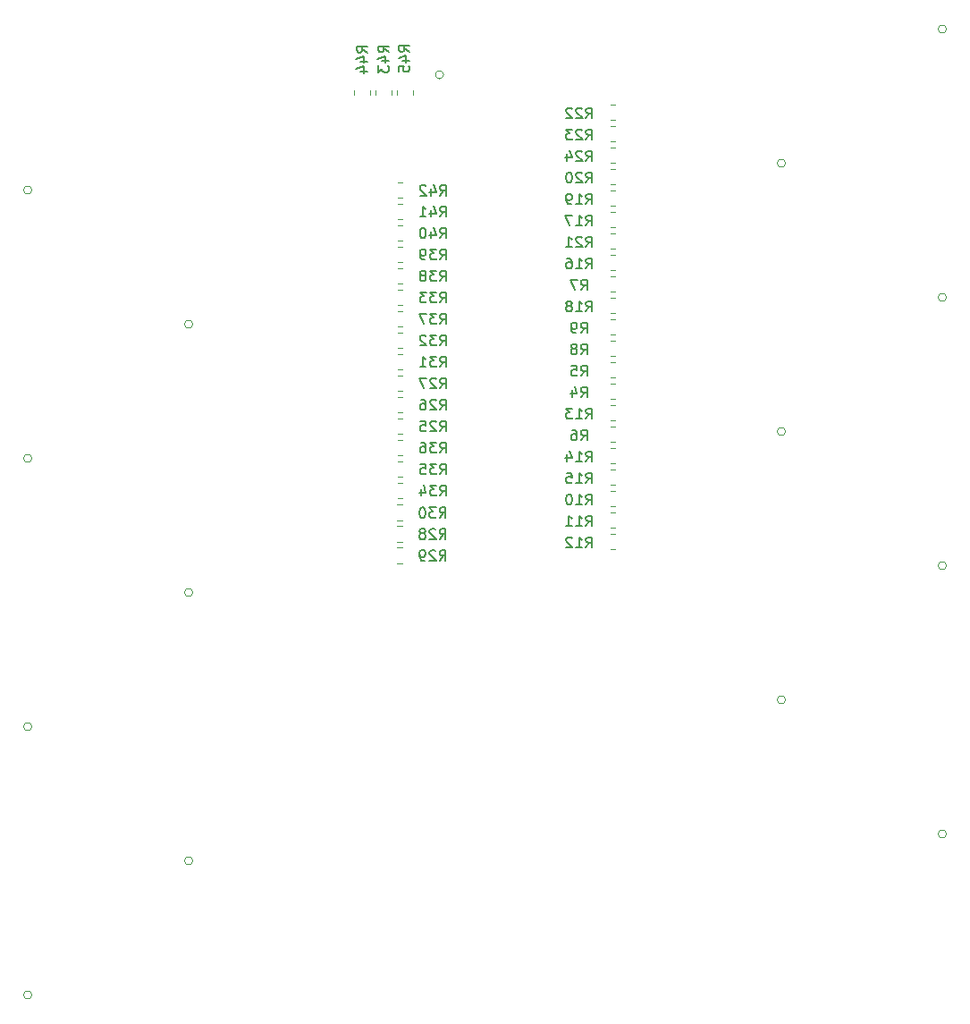
<source format=gbr>
%TF.GenerationSoftware,KiCad,Pcbnew,(6.0.1)*%
%TF.CreationDate,2022-10-30T18:49:11+02:00*%
%TF.ProjectId,stairway-to-heaven-pcb,73746169-7277-4617-992d-746f2d686561,rev?*%
%TF.SameCoordinates,Original*%
%TF.FileFunction,Legend,Bot*%
%TF.FilePolarity,Positive*%
%FSLAX46Y46*%
G04 Gerber Fmt 4.6, Leading zero omitted, Abs format (unit mm)*
G04 Created by KiCad (PCBNEW (6.0.1)) date 2022-10-30 18:49:11*
%MOMM*%
%LPD*%
G01*
G04 APERTURE LIST*
%ADD10C,0.150000*%
%ADD11C,0.120000*%
G04 APERTURE END LIST*
D10*
%TO.C,R28*%
X146819857Y-92755980D02*
X147153190Y-92279790D01*
X147391285Y-92755980D02*
X147391285Y-91755980D01*
X147010333Y-91755980D01*
X146915095Y-91803600D01*
X146867476Y-91851219D01*
X146819857Y-91946457D01*
X146819857Y-92089314D01*
X146867476Y-92184552D01*
X146915095Y-92232171D01*
X147010333Y-92279790D01*
X147391285Y-92279790D01*
X146438904Y-91851219D02*
X146391285Y-91803600D01*
X146296047Y-91755980D01*
X146057952Y-91755980D01*
X145962714Y-91803600D01*
X145915095Y-91851219D01*
X145867476Y-91946457D01*
X145867476Y-92041695D01*
X145915095Y-92184552D01*
X146486523Y-92755980D01*
X145867476Y-92755980D01*
X145296047Y-92184552D02*
X145391285Y-92136933D01*
X145438904Y-92089314D01*
X145486523Y-91994076D01*
X145486523Y-91946457D01*
X145438904Y-91851219D01*
X145391285Y-91803600D01*
X145296047Y-91755980D01*
X145105571Y-91755980D01*
X145010333Y-91803600D01*
X144962714Y-91851219D01*
X144915095Y-91946457D01*
X144915095Y-91994076D01*
X144962714Y-92089314D01*
X145010333Y-92136933D01*
X145105571Y-92184552D01*
X145296047Y-92184552D01*
X145391285Y-92232171D01*
X145438904Y-92279790D01*
X145486523Y-92375028D01*
X145486523Y-92565504D01*
X145438904Y-92660742D01*
X145391285Y-92708361D01*
X145296047Y-92755980D01*
X145105571Y-92755980D01*
X145010333Y-92708361D01*
X144962714Y-92660742D01*
X144915095Y-92565504D01*
X144915095Y-92375028D01*
X144962714Y-92279790D01*
X145010333Y-92232171D01*
X145105571Y-92184552D01*
%TO.C,R32*%
X146870657Y-74417180D02*
X147203990Y-73940990D01*
X147442085Y-74417180D02*
X147442085Y-73417180D01*
X147061133Y-73417180D01*
X146965895Y-73464800D01*
X146918276Y-73512419D01*
X146870657Y-73607657D01*
X146870657Y-73750514D01*
X146918276Y-73845752D01*
X146965895Y-73893371D01*
X147061133Y-73940990D01*
X147442085Y-73940990D01*
X146537323Y-73417180D02*
X145918276Y-73417180D01*
X146251609Y-73798133D01*
X146108752Y-73798133D01*
X146013514Y-73845752D01*
X145965895Y-73893371D01*
X145918276Y-73988609D01*
X145918276Y-74226704D01*
X145965895Y-74321942D01*
X146013514Y-74369561D01*
X146108752Y-74417180D01*
X146394466Y-74417180D01*
X146489704Y-74369561D01*
X146537323Y-74321942D01*
X145537323Y-73512419D02*
X145489704Y-73464800D01*
X145394466Y-73417180D01*
X145156371Y-73417180D01*
X145061133Y-73464800D01*
X145013514Y-73512419D01*
X144965895Y-73607657D01*
X144965895Y-73702895D01*
X145013514Y-73845752D01*
X145584942Y-74417180D01*
X144965895Y-74417180D01*
%TO.C,R40*%
X146870657Y-64257180D02*
X147203990Y-63780990D01*
X147442085Y-64257180D02*
X147442085Y-63257180D01*
X147061133Y-63257180D01*
X146965895Y-63304800D01*
X146918276Y-63352419D01*
X146870657Y-63447657D01*
X146870657Y-63590514D01*
X146918276Y-63685752D01*
X146965895Y-63733371D01*
X147061133Y-63780990D01*
X147442085Y-63780990D01*
X146013514Y-63590514D02*
X146013514Y-64257180D01*
X146251609Y-63209561D02*
X146489704Y-63923847D01*
X145870657Y-63923847D01*
X145299228Y-63257180D02*
X145203990Y-63257180D01*
X145108752Y-63304800D01*
X145061133Y-63352419D01*
X145013514Y-63447657D01*
X144965895Y-63638133D01*
X144965895Y-63876228D01*
X145013514Y-64066704D01*
X145061133Y-64161942D01*
X145108752Y-64209561D01*
X145203990Y-64257180D01*
X145299228Y-64257180D01*
X145394466Y-64209561D01*
X145442085Y-64161942D01*
X145489704Y-64066704D01*
X145537323Y-63876228D01*
X145537323Y-63638133D01*
X145489704Y-63447657D01*
X145442085Y-63352419D01*
X145394466Y-63304800D01*
X145299228Y-63257180D01*
%TO.C,R20*%
X160688257Y-58999380D02*
X161021590Y-58523190D01*
X161259685Y-58999380D02*
X161259685Y-57999380D01*
X160878733Y-57999380D01*
X160783495Y-58047000D01*
X160735876Y-58094619D01*
X160688257Y-58189857D01*
X160688257Y-58332714D01*
X160735876Y-58427952D01*
X160783495Y-58475571D01*
X160878733Y-58523190D01*
X161259685Y-58523190D01*
X160307304Y-58094619D02*
X160259685Y-58047000D01*
X160164447Y-57999380D01*
X159926352Y-57999380D01*
X159831114Y-58047000D01*
X159783495Y-58094619D01*
X159735876Y-58189857D01*
X159735876Y-58285095D01*
X159783495Y-58427952D01*
X160354923Y-58999380D01*
X159735876Y-58999380D01*
X159116828Y-57999380D02*
X159021590Y-57999380D01*
X158926352Y-58047000D01*
X158878733Y-58094619D01*
X158831114Y-58189857D01*
X158783495Y-58380333D01*
X158783495Y-58618428D01*
X158831114Y-58808904D01*
X158878733Y-58904142D01*
X158926352Y-58951761D01*
X159021590Y-58999380D01*
X159116828Y-58999380D01*
X159212066Y-58951761D01*
X159259685Y-58904142D01*
X159307304Y-58808904D01*
X159354923Y-58618428D01*
X159354923Y-58380333D01*
X159307304Y-58189857D01*
X159259685Y-58094619D01*
X159212066Y-58047000D01*
X159116828Y-57999380D01*
%TO.C,R7*%
X160212066Y-69159380D02*
X160545400Y-68683190D01*
X160783495Y-69159380D02*
X160783495Y-68159380D01*
X160402542Y-68159380D01*
X160307304Y-68207000D01*
X160259685Y-68254619D01*
X160212066Y-68349857D01*
X160212066Y-68492714D01*
X160259685Y-68587952D01*
X160307304Y-68635571D01*
X160402542Y-68683190D01*
X160783495Y-68683190D01*
X159878733Y-68159380D02*
X159212066Y-68159380D01*
X159640638Y-69159380D01*
%TO.C,R41*%
X146870657Y-62225180D02*
X147203990Y-61748990D01*
X147442085Y-62225180D02*
X147442085Y-61225180D01*
X147061133Y-61225180D01*
X146965895Y-61272800D01*
X146918276Y-61320419D01*
X146870657Y-61415657D01*
X146870657Y-61558514D01*
X146918276Y-61653752D01*
X146965895Y-61701371D01*
X147061133Y-61748990D01*
X147442085Y-61748990D01*
X146013514Y-61558514D02*
X146013514Y-62225180D01*
X146251609Y-61177561D02*
X146489704Y-61891847D01*
X145870657Y-61891847D01*
X144965895Y-62225180D02*
X145537323Y-62225180D01*
X145251609Y-62225180D02*
X145251609Y-61225180D01*
X145346847Y-61368038D01*
X145442085Y-61463276D01*
X145537323Y-61510895D01*
%TO.C,R6*%
X160212066Y-83383380D02*
X160545400Y-82907190D01*
X160783495Y-83383380D02*
X160783495Y-82383380D01*
X160402542Y-82383380D01*
X160307304Y-82431000D01*
X160259685Y-82478619D01*
X160212066Y-82573857D01*
X160212066Y-82716714D01*
X160259685Y-82811952D01*
X160307304Y-82859571D01*
X160402542Y-82907190D01*
X160783495Y-82907190D01*
X159354923Y-82383380D02*
X159545400Y-82383380D01*
X159640638Y-82431000D01*
X159688257Y-82478619D01*
X159783495Y-82621476D01*
X159831114Y-82811952D01*
X159831114Y-83192904D01*
X159783495Y-83288142D01*
X159735876Y-83335761D01*
X159640638Y-83383380D01*
X159450161Y-83383380D01*
X159354923Y-83335761D01*
X159307304Y-83288142D01*
X159259685Y-83192904D01*
X159259685Y-82954809D01*
X159307304Y-82859571D01*
X159354923Y-82811952D01*
X159450161Y-82764333D01*
X159640638Y-82764333D01*
X159735876Y-82811952D01*
X159783495Y-82859571D01*
X159831114Y-82954809D01*
%TO.C,R22*%
X160688257Y-52903380D02*
X161021590Y-52427190D01*
X161259685Y-52903380D02*
X161259685Y-51903380D01*
X160878733Y-51903380D01*
X160783495Y-51951000D01*
X160735876Y-51998619D01*
X160688257Y-52093857D01*
X160688257Y-52236714D01*
X160735876Y-52331952D01*
X160783495Y-52379571D01*
X160878733Y-52427190D01*
X161259685Y-52427190D01*
X160307304Y-51998619D02*
X160259685Y-51951000D01*
X160164447Y-51903380D01*
X159926352Y-51903380D01*
X159831114Y-51951000D01*
X159783495Y-51998619D01*
X159735876Y-52093857D01*
X159735876Y-52189095D01*
X159783495Y-52331952D01*
X160354923Y-52903380D01*
X159735876Y-52903380D01*
X159354923Y-51998619D02*
X159307304Y-51951000D01*
X159212066Y-51903380D01*
X158973971Y-51903380D01*
X158878733Y-51951000D01*
X158831114Y-51998619D01*
X158783495Y-52093857D01*
X158783495Y-52189095D01*
X158831114Y-52331952D01*
X159402542Y-52903380D01*
X158783495Y-52903380D01*
%TO.C,R31*%
X146870657Y-76449180D02*
X147203990Y-75972990D01*
X147442085Y-76449180D02*
X147442085Y-75449180D01*
X147061133Y-75449180D01*
X146965895Y-75496800D01*
X146918276Y-75544419D01*
X146870657Y-75639657D01*
X146870657Y-75782514D01*
X146918276Y-75877752D01*
X146965895Y-75925371D01*
X147061133Y-75972990D01*
X147442085Y-75972990D01*
X146537323Y-75449180D02*
X145918276Y-75449180D01*
X146251609Y-75830133D01*
X146108752Y-75830133D01*
X146013514Y-75877752D01*
X145965895Y-75925371D01*
X145918276Y-76020609D01*
X145918276Y-76258704D01*
X145965895Y-76353942D01*
X146013514Y-76401561D01*
X146108752Y-76449180D01*
X146394466Y-76449180D01*
X146489704Y-76401561D01*
X146537323Y-76353942D01*
X144965895Y-76449180D02*
X145537323Y-76449180D01*
X145251609Y-76449180D02*
X145251609Y-75449180D01*
X145346847Y-75592038D01*
X145442085Y-75687276D01*
X145537323Y-75734895D01*
%TO.C,R45*%
X143962380Y-46601142D02*
X143486190Y-46267809D01*
X143962380Y-46029714D02*
X142962380Y-46029714D01*
X142962380Y-46410666D01*
X143010000Y-46505904D01*
X143057619Y-46553523D01*
X143152857Y-46601142D01*
X143295714Y-46601142D01*
X143390952Y-46553523D01*
X143438571Y-46505904D01*
X143486190Y-46410666D01*
X143486190Y-46029714D01*
X143295714Y-47458285D02*
X143962380Y-47458285D01*
X142914761Y-47220190D02*
X143629047Y-46982095D01*
X143629047Y-47601142D01*
X142962380Y-48458285D02*
X142962380Y-47982095D01*
X143438571Y-47934476D01*
X143390952Y-47982095D01*
X143343333Y-48077333D01*
X143343333Y-48315428D01*
X143390952Y-48410666D01*
X143438571Y-48458285D01*
X143533809Y-48505904D01*
X143771904Y-48505904D01*
X143867142Y-48458285D01*
X143914761Y-48410666D01*
X143962380Y-48315428D01*
X143962380Y-48077333D01*
X143914761Y-47982095D01*
X143867142Y-47934476D01*
%TO.C,R18*%
X160688257Y-71191380D02*
X161021590Y-70715190D01*
X161259685Y-71191380D02*
X161259685Y-70191380D01*
X160878733Y-70191380D01*
X160783495Y-70239000D01*
X160735876Y-70286619D01*
X160688257Y-70381857D01*
X160688257Y-70524714D01*
X160735876Y-70619952D01*
X160783495Y-70667571D01*
X160878733Y-70715190D01*
X161259685Y-70715190D01*
X159735876Y-71191380D02*
X160307304Y-71191380D01*
X160021590Y-71191380D02*
X160021590Y-70191380D01*
X160116828Y-70334238D01*
X160212066Y-70429476D01*
X160307304Y-70477095D01*
X159164447Y-70619952D02*
X159259685Y-70572333D01*
X159307304Y-70524714D01*
X159354923Y-70429476D01*
X159354923Y-70381857D01*
X159307304Y-70286619D01*
X159259685Y-70239000D01*
X159164447Y-70191380D01*
X158973971Y-70191380D01*
X158878733Y-70239000D01*
X158831114Y-70286619D01*
X158783495Y-70381857D01*
X158783495Y-70429476D01*
X158831114Y-70524714D01*
X158878733Y-70572333D01*
X158973971Y-70619952D01*
X159164447Y-70619952D01*
X159259685Y-70667571D01*
X159307304Y-70715190D01*
X159354923Y-70810428D01*
X159354923Y-71000904D01*
X159307304Y-71096142D01*
X159259685Y-71143761D01*
X159164447Y-71191380D01*
X158973971Y-71191380D01*
X158878733Y-71143761D01*
X158831114Y-71096142D01*
X158783495Y-71000904D01*
X158783495Y-70810428D01*
X158831114Y-70715190D01*
X158878733Y-70667571D01*
X158973971Y-70619952D01*
%TO.C,R35*%
X146870657Y-86609180D02*
X147203990Y-86132990D01*
X147442085Y-86609180D02*
X147442085Y-85609180D01*
X147061133Y-85609180D01*
X146965895Y-85656800D01*
X146918276Y-85704419D01*
X146870657Y-85799657D01*
X146870657Y-85942514D01*
X146918276Y-86037752D01*
X146965895Y-86085371D01*
X147061133Y-86132990D01*
X147442085Y-86132990D01*
X146537323Y-85609180D02*
X145918276Y-85609180D01*
X146251609Y-85990133D01*
X146108752Y-85990133D01*
X146013514Y-86037752D01*
X145965895Y-86085371D01*
X145918276Y-86180609D01*
X145918276Y-86418704D01*
X145965895Y-86513942D01*
X146013514Y-86561561D01*
X146108752Y-86609180D01*
X146394466Y-86609180D01*
X146489704Y-86561561D01*
X146537323Y-86513942D01*
X145013514Y-85609180D02*
X145489704Y-85609180D01*
X145537323Y-86085371D01*
X145489704Y-86037752D01*
X145394466Y-85990133D01*
X145156371Y-85990133D01*
X145061133Y-86037752D01*
X145013514Y-86085371D01*
X144965895Y-86180609D01*
X144965895Y-86418704D01*
X145013514Y-86513942D01*
X145061133Y-86561561D01*
X145156371Y-86609180D01*
X145394466Y-86609180D01*
X145489704Y-86561561D01*
X145537323Y-86513942D01*
%TO.C,R12*%
X160688257Y-93543380D02*
X161021590Y-93067190D01*
X161259685Y-93543380D02*
X161259685Y-92543380D01*
X160878733Y-92543380D01*
X160783495Y-92591000D01*
X160735876Y-92638619D01*
X160688257Y-92733857D01*
X160688257Y-92876714D01*
X160735876Y-92971952D01*
X160783495Y-93019571D01*
X160878733Y-93067190D01*
X161259685Y-93067190D01*
X159735876Y-93543380D02*
X160307304Y-93543380D01*
X160021590Y-93543380D02*
X160021590Y-92543380D01*
X160116828Y-92686238D01*
X160212066Y-92781476D01*
X160307304Y-92829095D01*
X159354923Y-92638619D02*
X159307304Y-92591000D01*
X159212066Y-92543380D01*
X158973971Y-92543380D01*
X158878733Y-92591000D01*
X158831114Y-92638619D01*
X158783495Y-92733857D01*
X158783495Y-92829095D01*
X158831114Y-92971952D01*
X159402542Y-93543380D01*
X158783495Y-93543380D01*
%TO.C,R39*%
X146870657Y-66289180D02*
X147203990Y-65812990D01*
X147442085Y-66289180D02*
X147442085Y-65289180D01*
X147061133Y-65289180D01*
X146965895Y-65336800D01*
X146918276Y-65384419D01*
X146870657Y-65479657D01*
X146870657Y-65622514D01*
X146918276Y-65717752D01*
X146965895Y-65765371D01*
X147061133Y-65812990D01*
X147442085Y-65812990D01*
X146537323Y-65289180D02*
X145918276Y-65289180D01*
X146251609Y-65670133D01*
X146108752Y-65670133D01*
X146013514Y-65717752D01*
X145965895Y-65765371D01*
X145918276Y-65860609D01*
X145918276Y-66098704D01*
X145965895Y-66193942D01*
X146013514Y-66241561D01*
X146108752Y-66289180D01*
X146394466Y-66289180D01*
X146489704Y-66241561D01*
X146537323Y-66193942D01*
X145442085Y-66289180D02*
X145251609Y-66289180D01*
X145156371Y-66241561D01*
X145108752Y-66193942D01*
X145013514Y-66051085D01*
X144965895Y-65860609D01*
X144965895Y-65479657D01*
X145013514Y-65384419D01*
X145061133Y-65336800D01*
X145156371Y-65289180D01*
X145346847Y-65289180D01*
X145442085Y-65336800D01*
X145489704Y-65384419D01*
X145537323Y-65479657D01*
X145537323Y-65717752D01*
X145489704Y-65812990D01*
X145442085Y-65860609D01*
X145346847Y-65908228D01*
X145156371Y-65908228D01*
X145061133Y-65860609D01*
X145013514Y-65812990D01*
X144965895Y-65717752D01*
%TO.C,R5*%
X160212066Y-77287380D02*
X160545400Y-76811190D01*
X160783495Y-77287380D02*
X160783495Y-76287380D01*
X160402542Y-76287380D01*
X160307304Y-76335000D01*
X160259685Y-76382619D01*
X160212066Y-76477857D01*
X160212066Y-76620714D01*
X160259685Y-76715952D01*
X160307304Y-76763571D01*
X160402542Y-76811190D01*
X160783495Y-76811190D01*
X159307304Y-76287380D02*
X159783495Y-76287380D01*
X159831114Y-76763571D01*
X159783495Y-76715952D01*
X159688257Y-76668333D01*
X159450161Y-76668333D01*
X159354923Y-76715952D01*
X159307304Y-76763571D01*
X159259685Y-76858809D01*
X159259685Y-77096904D01*
X159307304Y-77192142D01*
X159354923Y-77239761D01*
X159450161Y-77287380D01*
X159688257Y-77287380D01*
X159783495Y-77239761D01*
X159831114Y-77192142D01*
%TO.C,R15*%
X160688257Y-87447380D02*
X161021590Y-86971190D01*
X161259685Y-87447380D02*
X161259685Y-86447380D01*
X160878733Y-86447380D01*
X160783495Y-86495000D01*
X160735876Y-86542619D01*
X160688257Y-86637857D01*
X160688257Y-86780714D01*
X160735876Y-86875952D01*
X160783495Y-86923571D01*
X160878733Y-86971190D01*
X161259685Y-86971190D01*
X159735876Y-87447380D02*
X160307304Y-87447380D01*
X160021590Y-87447380D02*
X160021590Y-86447380D01*
X160116828Y-86590238D01*
X160212066Y-86685476D01*
X160307304Y-86733095D01*
X158831114Y-86447380D02*
X159307304Y-86447380D01*
X159354923Y-86923571D01*
X159307304Y-86875952D01*
X159212066Y-86828333D01*
X158973971Y-86828333D01*
X158878733Y-86875952D01*
X158831114Y-86923571D01*
X158783495Y-87018809D01*
X158783495Y-87256904D01*
X158831114Y-87352142D01*
X158878733Y-87399761D01*
X158973971Y-87447380D01*
X159212066Y-87447380D01*
X159307304Y-87399761D01*
X159354923Y-87352142D01*
%TO.C,R21*%
X160688257Y-65095380D02*
X161021590Y-64619190D01*
X161259685Y-65095380D02*
X161259685Y-64095380D01*
X160878733Y-64095380D01*
X160783495Y-64143000D01*
X160735876Y-64190619D01*
X160688257Y-64285857D01*
X160688257Y-64428714D01*
X160735876Y-64523952D01*
X160783495Y-64571571D01*
X160878733Y-64619190D01*
X161259685Y-64619190D01*
X160307304Y-64190619D02*
X160259685Y-64143000D01*
X160164447Y-64095380D01*
X159926352Y-64095380D01*
X159831114Y-64143000D01*
X159783495Y-64190619D01*
X159735876Y-64285857D01*
X159735876Y-64381095D01*
X159783495Y-64523952D01*
X160354923Y-65095380D01*
X159735876Y-65095380D01*
X158783495Y-65095380D02*
X159354923Y-65095380D01*
X159069209Y-65095380D02*
X159069209Y-64095380D01*
X159164447Y-64238238D01*
X159259685Y-64333476D01*
X159354923Y-64381095D01*
%TO.C,R38*%
X146870657Y-68321180D02*
X147203990Y-67844990D01*
X147442085Y-68321180D02*
X147442085Y-67321180D01*
X147061133Y-67321180D01*
X146965895Y-67368800D01*
X146918276Y-67416419D01*
X146870657Y-67511657D01*
X146870657Y-67654514D01*
X146918276Y-67749752D01*
X146965895Y-67797371D01*
X147061133Y-67844990D01*
X147442085Y-67844990D01*
X146537323Y-67321180D02*
X145918276Y-67321180D01*
X146251609Y-67702133D01*
X146108752Y-67702133D01*
X146013514Y-67749752D01*
X145965895Y-67797371D01*
X145918276Y-67892609D01*
X145918276Y-68130704D01*
X145965895Y-68225942D01*
X146013514Y-68273561D01*
X146108752Y-68321180D01*
X146394466Y-68321180D01*
X146489704Y-68273561D01*
X146537323Y-68225942D01*
X145346847Y-67749752D02*
X145442085Y-67702133D01*
X145489704Y-67654514D01*
X145537323Y-67559276D01*
X145537323Y-67511657D01*
X145489704Y-67416419D01*
X145442085Y-67368800D01*
X145346847Y-67321180D01*
X145156371Y-67321180D01*
X145061133Y-67368800D01*
X145013514Y-67416419D01*
X144965895Y-67511657D01*
X144965895Y-67559276D01*
X145013514Y-67654514D01*
X145061133Y-67702133D01*
X145156371Y-67749752D01*
X145346847Y-67749752D01*
X145442085Y-67797371D01*
X145489704Y-67844990D01*
X145537323Y-67940228D01*
X145537323Y-68130704D01*
X145489704Y-68225942D01*
X145442085Y-68273561D01*
X145346847Y-68321180D01*
X145156371Y-68321180D01*
X145061133Y-68273561D01*
X145013514Y-68225942D01*
X144965895Y-68130704D01*
X144965895Y-67940228D01*
X145013514Y-67844990D01*
X145061133Y-67797371D01*
X145156371Y-67749752D01*
%TO.C,R13*%
X160688257Y-81351380D02*
X161021590Y-80875190D01*
X161259685Y-81351380D02*
X161259685Y-80351380D01*
X160878733Y-80351380D01*
X160783495Y-80399000D01*
X160735876Y-80446619D01*
X160688257Y-80541857D01*
X160688257Y-80684714D01*
X160735876Y-80779952D01*
X160783495Y-80827571D01*
X160878733Y-80875190D01*
X161259685Y-80875190D01*
X159735876Y-81351380D02*
X160307304Y-81351380D01*
X160021590Y-81351380D02*
X160021590Y-80351380D01*
X160116828Y-80494238D01*
X160212066Y-80589476D01*
X160307304Y-80637095D01*
X159402542Y-80351380D02*
X158783495Y-80351380D01*
X159116828Y-80732333D01*
X158973971Y-80732333D01*
X158878733Y-80779952D01*
X158831114Y-80827571D01*
X158783495Y-80922809D01*
X158783495Y-81160904D01*
X158831114Y-81256142D01*
X158878733Y-81303761D01*
X158973971Y-81351380D01*
X159259685Y-81351380D01*
X159354923Y-81303761D01*
X159402542Y-81256142D01*
%TO.C,R26*%
X146870657Y-80513180D02*
X147203990Y-80036990D01*
X147442085Y-80513180D02*
X147442085Y-79513180D01*
X147061133Y-79513180D01*
X146965895Y-79560800D01*
X146918276Y-79608419D01*
X146870657Y-79703657D01*
X146870657Y-79846514D01*
X146918276Y-79941752D01*
X146965895Y-79989371D01*
X147061133Y-80036990D01*
X147442085Y-80036990D01*
X146489704Y-79608419D02*
X146442085Y-79560800D01*
X146346847Y-79513180D01*
X146108752Y-79513180D01*
X146013514Y-79560800D01*
X145965895Y-79608419D01*
X145918276Y-79703657D01*
X145918276Y-79798895D01*
X145965895Y-79941752D01*
X146537323Y-80513180D01*
X145918276Y-80513180D01*
X145061133Y-79513180D02*
X145251609Y-79513180D01*
X145346847Y-79560800D01*
X145394466Y-79608419D01*
X145489704Y-79751276D01*
X145537323Y-79941752D01*
X145537323Y-80322704D01*
X145489704Y-80417942D01*
X145442085Y-80465561D01*
X145346847Y-80513180D01*
X145156371Y-80513180D01*
X145061133Y-80465561D01*
X145013514Y-80417942D01*
X144965895Y-80322704D01*
X144965895Y-80084609D01*
X145013514Y-79989371D01*
X145061133Y-79941752D01*
X145156371Y-79894133D01*
X145346847Y-79894133D01*
X145442085Y-79941752D01*
X145489704Y-79989371D01*
X145537323Y-80084609D01*
%TO.C,R27*%
X146870657Y-78481180D02*
X147203990Y-78004990D01*
X147442085Y-78481180D02*
X147442085Y-77481180D01*
X147061133Y-77481180D01*
X146965895Y-77528800D01*
X146918276Y-77576419D01*
X146870657Y-77671657D01*
X146870657Y-77814514D01*
X146918276Y-77909752D01*
X146965895Y-77957371D01*
X147061133Y-78004990D01*
X147442085Y-78004990D01*
X146489704Y-77576419D02*
X146442085Y-77528800D01*
X146346847Y-77481180D01*
X146108752Y-77481180D01*
X146013514Y-77528800D01*
X145965895Y-77576419D01*
X145918276Y-77671657D01*
X145918276Y-77766895D01*
X145965895Y-77909752D01*
X146537323Y-78481180D01*
X145918276Y-78481180D01*
X145584942Y-77481180D02*
X144918276Y-77481180D01*
X145346847Y-78481180D01*
%TO.C,R4*%
X160212066Y-79319380D02*
X160545400Y-78843190D01*
X160783495Y-79319380D02*
X160783495Y-78319380D01*
X160402542Y-78319380D01*
X160307304Y-78367000D01*
X160259685Y-78414619D01*
X160212066Y-78509857D01*
X160212066Y-78652714D01*
X160259685Y-78747952D01*
X160307304Y-78795571D01*
X160402542Y-78843190D01*
X160783495Y-78843190D01*
X159354923Y-78652714D02*
X159354923Y-79319380D01*
X159593019Y-78271761D02*
X159831114Y-78986047D01*
X159212066Y-78986047D01*
%TO.C,R9*%
X160212066Y-73223380D02*
X160545400Y-72747190D01*
X160783495Y-73223380D02*
X160783495Y-72223380D01*
X160402542Y-72223380D01*
X160307304Y-72271000D01*
X160259685Y-72318619D01*
X160212066Y-72413857D01*
X160212066Y-72556714D01*
X160259685Y-72651952D01*
X160307304Y-72699571D01*
X160402542Y-72747190D01*
X160783495Y-72747190D01*
X159735876Y-73223380D02*
X159545400Y-73223380D01*
X159450161Y-73175761D01*
X159402542Y-73128142D01*
X159307304Y-72985285D01*
X159259685Y-72794809D01*
X159259685Y-72413857D01*
X159307304Y-72318619D01*
X159354923Y-72271000D01*
X159450161Y-72223380D01*
X159640638Y-72223380D01*
X159735876Y-72271000D01*
X159783495Y-72318619D01*
X159831114Y-72413857D01*
X159831114Y-72651952D01*
X159783495Y-72747190D01*
X159735876Y-72794809D01*
X159640638Y-72842428D01*
X159450161Y-72842428D01*
X159354923Y-72794809D01*
X159307304Y-72747190D01*
X159259685Y-72651952D01*
%TO.C,R33*%
X146870657Y-70353180D02*
X147203990Y-69876990D01*
X147442085Y-70353180D02*
X147442085Y-69353180D01*
X147061133Y-69353180D01*
X146965895Y-69400800D01*
X146918276Y-69448419D01*
X146870657Y-69543657D01*
X146870657Y-69686514D01*
X146918276Y-69781752D01*
X146965895Y-69829371D01*
X147061133Y-69876990D01*
X147442085Y-69876990D01*
X146537323Y-69353180D02*
X145918276Y-69353180D01*
X146251609Y-69734133D01*
X146108752Y-69734133D01*
X146013514Y-69781752D01*
X145965895Y-69829371D01*
X145918276Y-69924609D01*
X145918276Y-70162704D01*
X145965895Y-70257942D01*
X146013514Y-70305561D01*
X146108752Y-70353180D01*
X146394466Y-70353180D01*
X146489704Y-70305561D01*
X146537323Y-70257942D01*
X145584942Y-69353180D02*
X144965895Y-69353180D01*
X145299228Y-69734133D01*
X145156371Y-69734133D01*
X145061133Y-69781752D01*
X145013514Y-69829371D01*
X144965895Y-69924609D01*
X144965895Y-70162704D01*
X145013514Y-70257942D01*
X145061133Y-70305561D01*
X145156371Y-70353180D01*
X145442085Y-70353180D01*
X145537323Y-70305561D01*
X145584942Y-70257942D01*
%TO.C,R19*%
X160688257Y-61031380D02*
X161021590Y-60555190D01*
X161259685Y-61031380D02*
X161259685Y-60031380D01*
X160878733Y-60031380D01*
X160783495Y-60079000D01*
X160735876Y-60126619D01*
X160688257Y-60221857D01*
X160688257Y-60364714D01*
X160735876Y-60459952D01*
X160783495Y-60507571D01*
X160878733Y-60555190D01*
X161259685Y-60555190D01*
X159735876Y-61031380D02*
X160307304Y-61031380D01*
X160021590Y-61031380D02*
X160021590Y-60031380D01*
X160116828Y-60174238D01*
X160212066Y-60269476D01*
X160307304Y-60317095D01*
X159259685Y-61031380D02*
X159069209Y-61031380D01*
X158973971Y-60983761D01*
X158926352Y-60936142D01*
X158831114Y-60793285D01*
X158783495Y-60602809D01*
X158783495Y-60221857D01*
X158831114Y-60126619D01*
X158878733Y-60079000D01*
X158973971Y-60031380D01*
X159164447Y-60031380D01*
X159259685Y-60079000D01*
X159307304Y-60126619D01*
X159354923Y-60221857D01*
X159354923Y-60459952D01*
X159307304Y-60555190D01*
X159259685Y-60602809D01*
X159164447Y-60650428D01*
X158973971Y-60650428D01*
X158878733Y-60602809D01*
X158831114Y-60555190D01*
X158783495Y-60459952D01*
%TO.C,R36*%
X146870657Y-84577180D02*
X147203990Y-84100990D01*
X147442085Y-84577180D02*
X147442085Y-83577180D01*
X147061133Y-83577180D01*
X146965895Y-83624800D01*
X146918276Y-83672419D01*
X146870657Y-83767657D01*
X146870657Y-83910514D01*
X146918276Y-84005752D01*
X146965895Y-84053371D01*
X147061133Y-84100990D01*
X147442085Y-84100990D01*
X146537323Y-83577180D02*
X145918276Y-83577180D01*
X146251609Y-83958133D01*
X146108752Y-83958133D01*
X146013514Y-84005752D01*
X145965895Y-84053371D01*
X145918276Y-84148609D01*
X145918276Y-84386704D01*
X145965895Y-84481942D01*
X146013514Y-84529561D01*
X146108752Y-84577180D01*
X146394466Y-84577180D01*
X146489704Y-84529561D01*
X146537323Y-84481942D01*
X145061133Y-83577180D02*
X145251609Y-83577180D01*
X145346847Y-83624800D01*
X145394466Y-83672419D01*
X145489704Y-83815276D01*
X145537323Y-84005752D01*
X145537323Y-84386704D01*
X145489704Y-84481942D01*
X145442085Y-84529561D01*
X145346847Y-84577180D01*
X145156371Y-84577180D01*
X145061133Y-84529561D01*
X145013514Y-84481942D01*
X144965895Y-84386704D01*
X144965895Y-84148609D01*
X145013514Y-84053371D01*
X145061133Y-84005752D01*
X145156371Y-83958133D01*
X145346847Y-83958133D01*
X145442085Y-84005752D01*
X145489704Y-84053371D01*
X145537323Y-84148609D01*
%TO.C,R14*%
X160688257Y-85415380D02*
X161021590Y-84939190D01*
X161259685Y-85415380D02*
X161259685Y-84415380D01*
X160878733Y-84415380D01*
X160783495Y-84463000D01*
X160735876Y-84510619D01*
X160688257Y-84605857D01*
X160688257Y-84748714D01*
X160735876Y-84843952D01*
X160783495Y-84891571D01*
X160878733Y-84939190D01*
X161259685Y-84939190D01*
X159735876Y-85415380D02*
X160307304Y-85415380D01*
X160021590Y-85415380D02*
X160021590Y-84415380D01*
X160116828Y-84558238D01*
X160212066Y-84653476D01*
X160307304Y-84701095D01*
X158878733Y-84748714D02*
X158878733Y-85415380D01*
X159116828Y-84367761D02*
X159354923Y-85082047D01*
X158735876Y-85082047D01*
%TO.C,R44*%
X139974580Y-46651942D02*
X139498390Y-46318609D01*
X139974580Y-46080514D02*
X138974580Y-46080514D01*
X138974580Y-46461466D01*
X139022200Y-46556704D01*
X139069819Y-46604323D01*
X139165057Y-46651942D01*
X139307914Y-46651942D01*
X139403152Y-46604323D01*
X139450771Y-46556704D01*
X139498390Y-46461466D01*
X139498390Y-46080514D01*
X139307914Y-47509085D02*
X139974580Y-47509085D01*
X138926961Y-47270990D02*
X139641247Y-47032895D01*
X139641247Y-47651942D01*
X139307914Y-48461466D02*
X139974580Y-48461466D01*
X138926961Y-48223371D02*
X139641247Y-47985276D01*
X139641247Y-48604323D01*
%TO.C,R29*%
X146819857Y-94787980D02*
X147153190Y-94311790D01*
X147391285Y-94787980D02*
X147391285Y-93787980D01*
X147010333Y-93787980D01*
X146915095Y-93835600D01*
X146867476Y-93883219D01*
X146819857Y-93978457D01*
X146819857Y-94121314D01*
X146867476Y-94216552D01*
X146915095Y-94264171D01*
X147010333Y-94311790D01*
X147391285Y-94311790D01*
X146438904Y-93883219D02*
X146391285Y-93835600D01*
X146296047Y-93787980D01*
X146057952Y-93787980D01*
X145962714Y-93835600D01*
X145915095Y-93883219D01*
X145867476Y-93978457D01*
X145867476Y-94073695D01*
X145915095Y-94216552D01*
X146486523Y-94787980D01*
X145867476Y-94787980D01*
X145391285Y-94787980D02*
X145200809Y-94787980D01*
X145105571Y-94740361D01*
X145057952Y-94692742D01*
X144962714Y-94549885D01*
X144915095Y-94359409D01*
X144915095Y-93978457D01*
X144962714Y-93883219D01*
X145010333Y-93835600D01*
X145105571Y-93787980D01*
X145296047Y-93787980D01*
X145391285Y-93835600D01*
X145438904Y-93883219D01*
X145486523Y-93978457D01*
X145486523Y-94216552D01*
X145438904Y-94311790D01*
X145391285Y-94359409D01*
X145296047Y-94407028D01*
X145105571Y-94407028D01*
X145010333Y-94359409D01*
X144962714Y-94311790D01*
X144915095Y-94216552D01*
%TO.C,R37*%
X146870657Y-72385180D02*
X147203990Y-71908990D01*
X147442085Y-72385180D02*
X147442085Y-71385180D01*
X147061133Y-71385180D01*
X146965895Y-71432800D01*
X146918276Y-71480419D01*
X146870657Y-71575657D01*
X146870657Y-71718514D01*
X146918276Y-71813752D01*
X146965895Y-71861371D01*
X147061133Y-71908990D01*
X147442085Y-71908990D01*
X146537323Y-71385180D02*
X145918276Y-71385180D01*
X146251609Y-71766133D01*
X146108752Y-71766133D01*
X146013514Y-71813752D01*
X145965895Y-71861371D01*
X145918276Y-71956609D01*
X145918276Y-72194704D01*
X145965895Y-72289942D01*
X146013514Y-72337561D01*
X146108752Y-72385180D01*
X146394466Y-72385180D01*
X146489704Y-72337561D01*
X146537323Y-72289942D01*
X145584942Y-71385180D02*
X144918276Y-71385180D01*
X145346847Y-72385180D01*
%TO.C,R11*%
X160688257Y-91511380D02*
X161021590Y-91035190D01*
X161259685Y-91511380D02*
X161259685Y-90511380D01*
X160878733Y-90511380D01*
X160783495Y-90559000D01*
X160735876Y-90606619D01*
X160688257Y-90701857D01*
X160688257Y-90844714D01*
X160735876Y-90939952D01*
X160783495Y-90987571D01*
X160878733Y-91035190D01*
X161259685Y-91035190D01*
X159735876Y-91511380D02*
X160307304Y-91511380D01*
X160021590Y-91511380D02*
X160021590Y-90511380D01*
X160116828Y-90654238D01*
X160212066Y-90749476D01*
X160307304Y-90797095D01*
X158783495Y-91511380D02*
X159354923Y-91511380D01*
X159069209Y-91511380D02*
X159069209Y-90511380D01*
X159164447Y-90654238D01*
X159259685Y-90749476D01*
X159354923Y-90797095D01*
%TO.C,R42*%
X146870657Y-60216680D02*
X147203990Y-59740490D01*
X147442085Y-60216680D02*
X147442085Y-59216680D01*
X147061133Y-59216680D01*
X146965895Y-59264300D01*
X146918276Y-59311919D01*
X146870657Y-59407157D01*
X146870657Y-59550014D01*
X146918276Y-59645252D01*
X146965895Y-59692871D01*
X147061133Y-59740490D01*
X147442085Y-59740490D01*
X146013514Y-59550014D02*
X146013514Y-60216680D01*
X146251609Y-59169061D02*
X146489704Y-59883347D01*
X145870657Y-59883347D01*
X145537323Y-59311919D02*
X145489704Y-59264300D01*
X145394466Y-59216680D01*
X145156371Y-59216680D01*
X145061133Y-59264300D01*
X145013514Y-59311919D01*
X144965895Y-59407157D01*
X144965895Y-59502395D01*
X145013514Y-59645252D01*
X145584942Y-60216680D01*
X144965895Y-60216680D01*
%TO.C,R8*%
X160212066Y-75255380D02*
X160545400Y-74779190D01*
X160783495Y-75255380D02*
X160783495Y-74255380D01*
X160402542Y-74255380D01*
X160307304Y-74303000D01*
X160259685Y-74350619D01*
X160212066Y-74445857D01*
X160212066Y-74588714D01*
X160259685Y-74683952D01*
X160307304Y-74731571D01*
X160402542Y-74779190D01*
X160783495Y-74779190D01*
X159640638Y-74683952D02*
X159735876Y-74636333D01*
X159783495Y-74588714D01*
X159831114Y-74493476D01*
X159831114Y-74445857D01*
X159783495Y-74350619D01*
X159735876Y-74303000D01*
X159640638Y-74255380D01*
X159450161Y-74255380D01*
X159354923Y-74303000D01*
X159307304Y-74350619D01*
X159259685Y-74445857D01*
X159259685Y-74493476D01*
X159307304Y-74588714D01*
X159354923Y-74636333D01*
X159450161Y-74683952D01*
X159640638Y-74683952D01*
X159735876Y-74731571D01*
X159783495Y-74779190D01*
X159831114Y-74874428D01*
X159831114Y-75064904D01*
X159783495Y-75160142D01*
X159735876Y-75207761D01*
X159640638Y-75255380D01*
X159450161Y-75255380D01*
X159354923Y-75207761D01*
X159307304Y-75160142D01*
X159259685Y-75064904D01*
X159259685Y-74874428D01*
X159307304Y-74779190D01*
X159354923Y-74731571D01*
X159450161Y-74683952D01*
%TO.C,R30*%
X146819857Y-90723980D02*
X147153190Y-90247790D01*
X147391285Y-90723980D02*
X147391285Y-89723980D01*
X147010333Y-89723980D01*
X146915095Y-89771600D01*
X146867476Y-89819219D01*
X146819857Y-89914457D01*
X146819857Y-90057314D01*
X146867476Y-90152552D01*
X146915095Y-90200171D01*
X147010333Y-90247790D01*
X147391285Y-90247790D01*
X146486523Y-89723980D02*
X145867476Y-89723980D01*
X146200809Y-90104933D01*
X146057952Y-90104933D01*
X145962714Y-90152552D01*
X145915095Y-90200171D01*
X145867476Y-90295409D01*
X145867476Y-90533504D01*
X145915095Y-90628742D01*
X145962714Y-90676361D01*
X146057952Y-90723980D01*
X146343666Y-90723980D01*
X146438904Y-90676361D01*
X146486523Y-90628742D01*
X145248428Y-89723980D02*
X145153190Y-89723980D01*
X145057952Y-89771600D01*
X145010333Y-89819219D01*
X144962714Y-89914457D01*
X144915095Y-90104933D01*
X144915095Y-90343028D01*
X144962714Y-90533504D01*
X145010333Y-90628742D01*
X145057952Y-90676361D01*
X145153190Y-90723980D01*
X145248428Y-90723980D01*
X145343666Y-90676361D01*
X145391285Y-90628742D01*
X145438904Y-90533504D01*
X145486523Y-90343028D01*
X145486523Y-90104933D01*
X145438904Y-89914457D01*
X145391285Y-89819219D01*
X145343666Y-89771600D01*
X145248428Y-89723980D01*
%TO.C,R24*%
X160688257Y-56967380D02*
X161021590Y-56491190D01*
X161259685Y-56967380D02*
X161259685Y-55967380D01*
X160878733Y-55967380D01*
X160783495Y-56015000D01*
X160735876Y-56062619D01*
X160688257Y-56157857D01*
X160688257Y-56300714D01*
X160735876Y-56395952D01*
X160783495Y-56443571D01*
X160878733Y-56491190D01*
X161259685Y-56491190D01*
X160307304Y-56062619D02*
X160259685Y-56015000D01*
X160164447Y-55967380D01*
X159926352Y-55967380D01*
X159831114Y-56015000D01*
X159783495Y-56062619D01*
X159735876Y-56157857D01*
X159735876Y-56253095D01*
X159783495Y-56395952D01*
X160354923Y-56967380D01*
X159735876Y-56967380D01*
X158878733Y-56300714D02*
X158878733Y-56967380D01*
X159116828Y-55919761D02*
X159354923Y-56634047D01*
X158735876Y-56634047D01*
%TO.C,R23*%
X160688257Y-54935380D02*
X161021590Y-54459190D01*
X161259685Y-54935380D02*
X161259685Y-53935380D01*
X160878733Y-53935380D01*
X160783495Y-53983000D01*
X160735876Y-54030619D01*
X160688257Y-54125857D01*
X160688257Y-54268714D01*
X160735876Y-54363952D01*
X160783495Y-54411571D01*
X160878733Y-54459190D01*
X161259685Y-54459190D01*
X160307304Y-54030619D02*
X160259685Y-53983000D01*
X160164447Y-53935380D01*
X159926352Y-53935380D01*
X159831114Y-53983000D01*
X159783495Y-54030619D01*
X159735876Y-54125857D01*
X159735876Y-54221095D01*
X159783495Y-54363952D01*
X160354923Y-54935380D01*
X159735876Y-54935380D01*
X159402542Y-53935380D02*
X158783495Y-53935380D01*
X159116828Y-54316333D01*
X158973971Y-54316333D01*
X158878733Y-54363952D01*
X158831114Y-54411571D01*
X158783495Y-54506809D01*
X158783495Y-54744904D01*
X158831114Y-54840142D01*
X158878733Y-54887761D01*
X158973971Y-54935380D01*
X159259685Y-54935380D01*
X159354923Y-54887761D01*
X159402542Y-54840142D01*
%TO.C,R16*%
X160688257Y-67127380D02*
X161021590Y-66651190D01*
X161259685Y-67127380D02*
X161259685Y-66127380D01*
X160878733Y-66127380D01*
X160783495Y-66175000D01*
X160735876Y-66222619D01*
X160688257Y-66317857D01*
X160688257Y-66460714D01*
X160735876Y-66555952D01*
X160783495Y-66603571D01*
X160878733Y-66651190D01*
X161259685Y-66651190D01*
X159735876Y-67127380D02*
X160307304Y-67127380D01*
X160021590Y-67127380D02*
X160021590Y-66127380D01*
X160116828Y-66270238D01*
X160212066Y-66365476D01*
X160307304Y-66413095D01*
X158878733Y-66127380D02*
X159069209Y-66127380D01*
X159164447Y-66175000D01*
X159212066Y-66222619D01*
X159307304Y-66365476D01*
X159354923Y-66555952D01*
X159354923Y-66936904D01*
X159307304Y-67032142D01*
X159259685Y-67079761D01*
X159164447Y-67127380D01*
X158973971Y-67127380D01*
X158878733Y-67079761D01*
X158831114Y-67032142D01*
X158783495Y-66936904D01*
X158783495Y-66698809D01*
X158831114Y-66603571D01*
X158878733Y-66555952D01*
X158973971Y-66508333D01*
X159164447Y-66508333D01*
X159259685Y-66555952D01*
X159307304Y-66603571D01*
X159354923Y-66698809D01*
%TO.C,R17*%
X160688257Y-63063380D02*
X161021590Y-62587190D01*
X161259685Y-63063380D02*
X161259685Y-62063380D01*
X160878733Y-62063380D01*
X160783495Y-62111000D01*
X160735876Y-62158619D01*
X160688257Y-62253857D01*
X160688257Y-62396714D01*
X160735876Y-62491952D01*
X160783495Y-62539571D01*
X160878733Y-62587190D01*
X161259685Y-62587190D01*
X159735876Y-63063380D02*
X160307304Y-63063380D01*
X160021590Y-63063380D02*
X160021590Y-62063380D01*
X160116828Y-62206238D01*
X160212066Y-62301476D01*
X160307304Y-62349095D01*
X159402542Y-62063380D02*
X158735876Y-62063380D01*
X159164447Y-63063380D01*
%TO.C,R25*%
X146870657Y-82545180D02*
X147203990Y-82068990D01*
X147442085Y-82545180D02*
X147442085Y-81545180D01*
X147061133Y-81545180D01*
X146965895Y-81592800D01*
X146918276Y-81640419D01*
X146870657Y-81735657D01*
X146870657Y-81878514D01*
X146918276Y-81973752D01*
X146965895Y-82021371D01*
X147061133Y-82068990D01*
X147442085Y-82068990D01*
X146489704Y-81640419D02*
X146442085Y-81592800D01*
X146346847Y-81545180D01*
X146108752Y-81545180D01*
X146013514Y-81592800D01*
X145965895Y-81640419D01*
X145918276Y-81735657D01*
X145918276Y-81830895D01*
X145965895Y-81973752D01*
X146537323Y-82545180D01*
X145918276Y-82545180D01*
X145013514Y-81545180D02*
X145489704Y-81545180D01*
X145537323Y-82021371D01*
X145489704Y-81973752D01*
X145394466Y-81926133D01*
X145156371Y-81926133D01*
X145061133Y-81973752D01*
X145013514Y-82021371D01*
X144965895Y-82116609D01*
X144965895Y-82354704D01*
X145013514Y-82449942D01*
X145061133Y-82497561D01*
X145156371Y-82545180D01*
X145394466Y-82545180D01*
X145489704Y-82497561D01*
X145537323Y-82449942D01*
%TO.C,R43*%
X142006580Y-46628442D02*
X141530390Y-46295109D01*
X142006580Y-46057014D02*
X141006580Y-46057014D01*
X141006580Y-46437966D01*
X141054200Y-46533204D01*
X141101819Y-46580823D01*
X141197057Y-46628442D01*
X141339914Y-46628442D01*
X141435152Y-46580823D01*
X141482771Y-46533204D01*
X141530390Y-46437966D01*
X141530390Y-46057014D01*
X141339914Y-47485585D02*
X142006580Y-47485585D01*
X140958961Y-47247490D02*
X141673247Y-47009395D01*
X141673247Y-47628442D01*
X141006580Y-47914157D02*
X141006580Y-48533204D01*
X141387533Y-48199871D01*
X141387533Y-48342728D01*
X141435152Y-48437966D01*
X141482771Y-48485585D01*
X141578009Y-48533204D01*
X141816104Y-48533204D01*
X141911342Y-48485585D01*
X141958961Y-48437966D01*
X142006580Y-48342728D01*
X142006580Y-48057014D01*
X141958961Y-47961776D01*
X141911342Y-47914157D01*
%TO.C,R34*%
X146870657Y-88641180D02*
X147203990Y-88164990D01*
X147442085Y-88641180D02*
X147442085Y-87641180D01*
X147061133Y-87641180D01*
X146965895Y-87688800D01*
X146918276Y-87736419D01*
X146870657Y-87831657D01*
X146870657Y-87974514D01*
X146918276Y-88069752D01*
X146965895Y-88117371D01*
X147061133Y-88164990D01*
X147442085Y-88164990D01*
X146537323Y-87641180D02*
X145918276Y-87641180D01*
X146251609Y-88022133D01*
X146108752Y-88022133D01*
X146013514Y-88069752D01*
X145965895Y-88117371D01*
X145918276Y-88212609D01*
X145918276Y-88450704D01*
X145965895Y-88545942D01*
X146013514Y-88593561D01*
X146108752Y-88641180D01*
X146394466Y-88641180D01*
X146489704Y-88593561D01*
X146537323Y-88545942D01*
X145061133Y-87974514D02*
X145061133Y-88641180D01*
X145299228Y-87593561D02*
X145537323Y-88307847D01*
X144918276Y-88307847D01*
%TO.C,R10*%
X160688257Y-89479380D02*
X161021590Y-89003190D01*
X161259685Y-89479380D02*
X161259685Y-88479380D01*
X160878733Y-88479380D01*
X160783495Y-88527000D01*
X160735876Y-88574619D01*
X160688257Y-88669857D01*
X160688257Y-88812714D01*
X160735876Y-88907952D01*
X160783495Y-88955571D01*
X160878733Y-89003190D01*
X161259685Y-89003190D01*
X159735876Y-89479380D02*
X160307304Y-89479380D01*
X160021590Y-89479380D02*
X160021590Y-88479380D01*
X160116828Y-88622238D01*
X160212066Y-88717476D01*
X160307304Y-88765095D01*
X159116828Y-88479380D02*
X159021590Y-88479380D01*
X158926352Y-88527000D01*
X158878733Y-88574619D01*
X158831114Y-88669857D01*
X158783495Y-88860333D01*
X158783495Y-89098428D01*
X158831114Y-89288904D01*
X158878733Y-89384142D01*
X158926352Y-89431761D01*
X159021590Y-89479380D01*
X159116828Y-89479380D01*
X159212066Y-89431761D01*
X159259685Y-89384142D01*
X159307304Y-89288904D01*
X159354923Y-89098428D01*
X159354923Y-88860333D01*
X159307304Y-88669857D01*
X159259685Y-88574619D01*
X159212066Y-88527000D01*
X159116828Y-88479380D01*
D11*
%TO.C,J16*%
X147193000Y-48768000D02*
G75*
G03*
X147193000Y-48768000I-381000J0D01*
G01*
%TO.C,J13*%
X123444000Y-72390000D02*
G75*
G03*
X123444000Y-72390000I-381000J0D01*
G01*
%TO.C,J12*%
X108204000Y-85090000D02*
G75*
G03*
X108204000Y-85090000I-381000J0D01*
G01*
%TO.C,J4*%
X179578000Y-82550000D02*
G75*
G03*
X179578000Y-82550000I-381000J0D01*
G01*
%TO.C,J11*%
X123444000Y-97790000D02*
G75*
G03*
X123444000Y-97790000I-381000J0D01*
G01*
%TO.C,J1*%
X194818000Y-120650000D02*
G75*
G03*
X194818000Y-120650000I-381000J0D01*
G01*
%TO.C,J9*%
X123444000Y-123190000D02*
G75*
G03*
X123444000Y-123190000I-381000J0D01*
G01*
%TO.C,J2*%
X194818000Y-95250000D02*
G75*
G03*
X194818000Y-95250000I-381000J0D01*
G01*
%TO.C,J5*%
X194818000Y-69850000D02*
G75*
G03*
X194818000Y-69850000I-381000J0D01*
G01*
%TO.C,J14*%
X108204000Y-59690000D02*
G75*
G03*
X108204000Y-59690000I-381000J0D01*
G01*
%TO.C,J10*%
X108204000Y-110490000D02*
G75*
G03*
X108204000Y-110490000I-381000J0D01*
G01*
%TO.C,J7*%
X194818000Y-44450000D02*
G75*
G03*
X194818000Y-44450000I-381000J0D01*
G01*
%TO.C,J8*%
X108204000Y-135890000D02*
G75*
G03*
X108204000Y-135890000I-381000J0D01*
G01*
%TO.C,J6*%
X179578000Y-57150000D02*
G75*
G03*
X179578000Y-57150000I-381000J0D01*
G01*
%TO.C,J3*%
X179578000Y-107950000D02*
G75*
G03*
X179578000Y-107950000I-381000J0D01*
G01*
%TO.C,R28*%
X143281764Y-92987800D02*
X142827636Y-92987800D01*
X143281764Y-91517800D02*
X142827636Y-91517800D01*
%TO.C,R32*%
X143332564Y-74649000D02*
X142878436Y-74649000D01*
X143332564Y-73179000D02*
X142878436Y-73179000D01*
%TO.C,R40*%
X143332564Y-63019000D02*
X142878436Y-63019000D01*
X143332564Y-64489000D02*
X142878436Y-64489000D01*
%TO.C,R20*%
X162991436Y-57685000D02*
X163445564Y-57685000D01*
X162991436Y-59155000D02*
X163445564Y-59155000D01*
%TO.C,R7*%
X162991436Y-69315000D02*
X163445564Y-69315000D01*
X162991436Y-67845000D02*
X163445564Y-67845000D01*
%TO.C,R41*%
X143332564Y-60987000D02*
X142878436Y-60987000D01*
X143332564Y-62457000D02*
X142878436Y-62457000D01*
%TO.C,R6*%
X162991436Y-82069000D02*
X163445564Y-82069000D01*
X162991436Y-83539000D02*
X163445564Y-83539000D01*
%TO.C,R22*%
X162991436Y-53059000D02*
X163445564Y-53059000D01*
X162991436Y-51589000D02*
X163445564Y-51589000D01*
%TO.C,R31*%
X143332564Y-76681000D02*
X142878436Y-76681000D01*
X143332564Y-75211000D02*
X142878436Y-75211000D01*
%TO.C,R45*%
X144270400Y-50217336D02*
X144270400Y-50671464D01*
X142800400Y-50217336D02*
X142800400Y-50671464D01*
%TO.C,R18*%
X162991436Y-69877000D02*
X163445564Y-69877000D01*
X162991436Y-71347000D02*
X163445564Y-71347000D01*
%TO.C,R35*%
X143332564Y-86841000D02*
X142878436Y-86841000D01*
X143332564Y-85371000D02*
X142878436Y-85371000D01*
%TO.C,R12*%
X162991436Y-92229000D02*
X163445564Y-92229000D01*
X162991436Y-93699000D02*
X163445564Y-93699000D01*
%TO.C,R39*%
X143332564Y-65051000D02*
X142878436Y-65051000D01*
X143332564Y-66521000D02*
X142878436Y-66521000D01*
%TO.C,R5*%
X162991436Y-77443000D02*
X163445564Y-77443000D01*
X162991436Y-75973000D02*
X163445564Y-75973000D01*
%TO.C,R15*%
X162991436Y-87603000D02*
X163445564Y-87603000D01*
X162991436Y-86133000D02*
X163445564Y-86133000D01*
%TO.C,R21*%
X162991436Y-65251000D02*
X163445564Y-65251000D01*
X162991436Y-63781000D02*
X163445564Y-63781000D01*
%TO.C,R38*%
X143332564Y-68553000D02*
X142878436Y-68553000D01*
X143332564Y-67083000D02*
X142878436Y-67083000D01*
%TO.C,R13*%
X162991436Y-81507000D02*
X163445564Y-81507000D01*
X162991436Y-80037000D02*
X163445564Y-80037000D01*
%TO.C,R26*%
X143332564Y-80745000D02*
X142878436Y-80745000D01*
X143332564Y-79275000D02*
X142878436Y-79275000D01*
%TO.C,R27*%
X143332564Y-78713000D02*
X142878436Y-78713000D01*
X143332564Y-77243000D02*
X142878436Y-77243000D01*
%TO.C,R4*%
X162991436Y-78005000D02*
X163445564Y-78005000D01*
X162991436Y-79475000D02*
X163445564Y-79475000D01*
%TO.C,R9*%
X162991436Y-71909000D02*
X163445564Y-71909000D01*
X162991436Y-73379000D02*
X163445564Y-73379000D01*
%TO.C,R33*%
X143332564Y-69115000D02*
X142878436Y-69115000D01*
X143332564Y-70585000D02*
X142878436Y-70585000D01*
%TO.C,R19*%
X162991436Y-59717000D02*
X163445564Y-59717000D01*
X162991436Y-61187000D02*
X163445564Y-61187000D01*
%TO.C,R36*%
X143332564Y-84809000D02*
X142878436Y-84809000D01*
X143332564Y-83339000D02*
X142878436Y-83339000D01*
%TO.C,R14*%
X162991436Y-85571000D02*
X163445564Y-85571000D01*
X162991436Y-84101000D02*
X163445564Y-84101000D01*
%TO.C,R44*%
X140206400Y-50240836D02*
X140206400Y-50694964D01*
X138736400Y-50240836D02*
X138736400Y-50694964D01*
%TO.C,R29*%
X143281764Y-93549800D02*
X142827636Y-93549800D01*
X143281764Y-95019800D02*
X142827636Y-95019800D01*
%TO.C,R37*%
X143332564Y-72617000D02*
X142878436Y-72617000D01*
X143332564Y-71147000D02*
X142878436Y-71147000D01*
%TO.C,R11*%
X162991436Y-90197000D02*
X163445564Y-90197000D01*
X162991436Y-91667000D02*
X163445564Y-91667000D01*
%TO.C,R42*%
X143332564Y-60448500D02*
X142878436Y-60448500D01*
X143332564Y-58978500D02*
X142878436Y-58978500D01*
%TO.C,R8*%
X162991436Y-73941000D02*
X163445564Y-73941000D01*
X162991436Y-75411000D02*
X163445564Y-75411000D01*
%TO.C,R30*%
X143281764Y-90955800D02*
X142827636Y-90955800D01*
X143281764Y-89485800D02*
X142827636Y-89485800D01*
%TO.C,R24*%
X162991436Y-57123000D02*
X163445564Y-57123000D01*
X162991436Y-55653000D02*
X163445564Y-55653000D01*
%TO.C,R23*%
X162991436Y-53621000D02*
X163445564Y-53621000D01*
X162991436Y-55091000D02*
X163445564Y-55091000D01*
%TO.C,R16*%
X162991436Y-65813000D02*
X163445564Y-65813000D01*
X162991436Y-67283000D02*
X163445564Y-67283000D01*
%TO.C,R17*%
X162991436Y-63219000D02*
X163445564Y-63219000D01*
X162991436Y-61749000D02*
X163445564Y-61749000D01*
%TO.C,R25*%
X143332564Y-82777000D02*
X142878436Y-82777000D01*
X143332564Y-81307000D02*
X142878436Y-81307000D01*
%TO.C,R43*%
X140768400Y-50217336D02*
X140768400Y-50671464D01*
X142238400Y-50217336D02*
X142238400Y-50671464D01*
%TO.C,R34*%
X143332564Y-87403000D02*
X142878436Y-87403000D01*
X143332564Y-88873000D02*
X142878436Y-88873000D01*
%TO.C,R10*%
X162991436Y-88165000D02*
X163445564Y-88165000D01*
X162991436Y-89635000D02*
X163445564Y-89635000D01*
%TD*%
M02*

</source>
